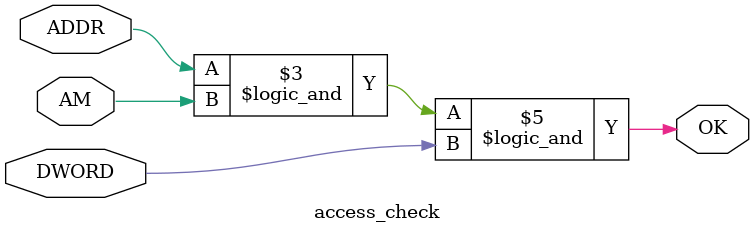
<source format=v>
`timescale 1ns / 1ps
module top(
    SYSCLK,
	 WRITE,DS0,DS1,AS,IACK,LWORD,AM,A,BERR,DTACK,
	 EQ1,EQ2,RWD8,RWD16,RWD32,UHDIR,ULDIR,LHDIR,LLDIR,
	 FDTACK,FSYSCLK,FWS,FRS,FA
    );
    
//================================================================================
//      Define I/O signals	 
//================================================================================
	 
	 //SYSTEM
	 input SYSCLK;                         //Internal clock (on-board, 32MHz)
	 output RWD8, RWD16, RWD32;            //Enable for data bus transceiver 
	 output UHDIR, ULDIR, LHDIR, LLDIR;    //Direction for data bus trasceiver
	 
	 //CPLD <-> VME
	 input WRITE;									//VME Write
	 input DS0, DS1;								//VME Data strobe
	 input AS;										//VME Address strobe
	 input IACK;									//VME IACK
	 input LWORD;									//VME LWORD
	 input [5:0] AM;							   //VME AM code
	 input [15:1] A;								//VME Address
	 input EQ1, EQ2;								//Board Address (on-board dip switch)
	 output BERR;                          //VME BERR
	 output DTACK;                         //VME DTACK

    //CPLD <-> FPGA
	 input FDTACK;                         //DTACK from FPGA
	 output FSYSCLK;                       //SYSCLK going to FPGA
	 output FWS, FRS;                      //Write or Read strobe going to FPGA
	 output [4:0] FA;                      //Address going to FPGA
	 

//================================================================================
//   VME Access
//
//   <Allowed AM code>
//   AM = 09 : Extended Nonpriviledged Data Access
//   AM = 0A : Extended Nonpriviledged Program Access
//   AM = 0D : Extended Supervisory Data Access
//   AM = 0E : Extended Supervisory Program Access
//
//   <Allowed Access Mode>
//   A32/D32 only 
//
//   <Register Address Space>
//   4 x 32 = 128(0x80) Byte
//
//   VME address   FA[4:0]
//   -----------------------
//   Base + 0x00         0 
//        + 0x04         1
//        + 0x08         2
//           :           :
//        + 0x7C        31
//      
//   <Comment>
//   VME bus error is not implemented.
//   Irregular access may result in VME bus timeout.
//================================================================================

	//VME Address
	wire adrdec;
	vme_address_decode vme_address_decode(AS, IACK, EQ1, EQ2, adrdec);
	
	//Address Modifier
	wire amdec;
	address_modifier_decode address_modifier_decode(AM, amdec); 
	
	//Data Word
	wire d32;
	data_word_decode data_word_decode(LWORD, A[1], DS0, DS1, d32);
	
	//Access Check
	wire enable;
	access_check access_check(adrdec, amdec, d32, enable);
	
	//VME bus error
	assign BERR = 1'b1;
	
	//Strobe
	wire read_str;
	assign read_str = ((enable==1'b1) && (WRITE==1'b1));
	
	wire write_str;
	assign write_str = ((enable==1'b1) && (WRITE==1'b0));
	
	//Tranciever Enable & Direction
	assign RWD8  = ~enable;
	assign RWD16 = ~enable;
	assign RWD32 = ~enable;
	
	assign UHDIR = ~WRITE;
	assign ULDIR = ~WRITE;
	assign LHDIR = ~WRITE;
	assign LLDIR = ~WRITE;
	
	
//================================================================================
//   Signal assignement CPLD <-> FPGA
//================================================================================	
	assign FSYSCLK = SYSCLK;	
	assign DTACK = FDTACK;
   assign FRS = read_str;
	assign FWS = write_str;
	assign FA = A[6:2];
	
endmodule

module vme_address_decode(AS, IACK, EQ1, EQ2, OUT);
	input AS, IACK, EQ1, EQ2;
	output OUT;
	assign OUT = ((AS==1'b0) && (IACK==1'b1) && (EQ1==1'b0) && (EQ2==1'b0)); 
endmodule

module address_modifier_decode(AM, OUT);
	input [5:0] AM;
	output OUT;
	assign OUT = ((AM==6'h09) || (AM==6'h0A) || (AM==6'h0D) || (AM==6'h0E));
endmodule

module data_word_decode(LWORD, A01, DS0, DS1, OUT);
	input LWORD, A01, DS0, DS1;
	output OUT;
	assign OUT = ((LWORD==1'b0) && (A01==1'b0) && (DS0==1'b0) && (DS1==1'b0));
endmodule

module access_check(ADDR, AM, DWORD, OK);
	input ADDR, AM, DWORD;
	output OK;
	assign OK = ((ADDR==1'b1) && (AM==1'b1) && (DWORD==1'b1));
endmodule

</source>
